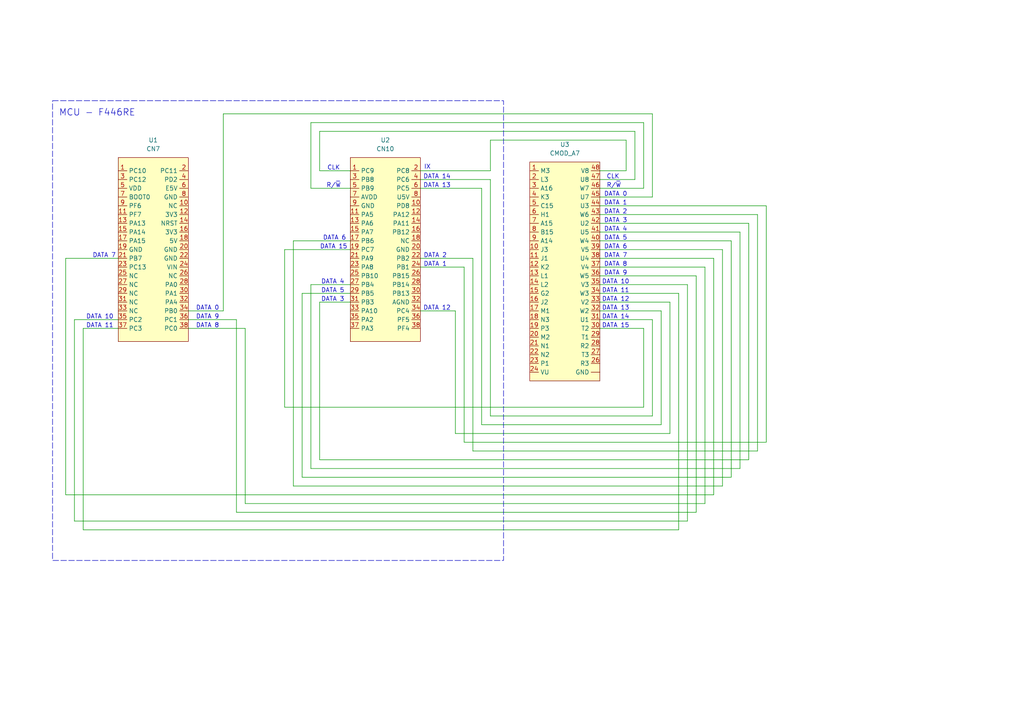
<source format=kicad_sch>
(kicad_sch (version 20231120) (generator "eeschema") (generator_version "8.0")
  (paper "A4")
  (lib_symbols
    (symbol "CMOD_A7:CMOD_A7"
      (property "Reference" "U" (at -3.81 2.54 0))
      (property "Value" "CMOD_A7" (at -3.81 2.54 0))
      (symbol "CMOD_A7_1_1"
        (rectangle (start -10.16 0) (end 10.16 -63.5) (fill (type background)))
        (pin bidirectional line (at 10.16 -60.96 180) (length 2.54) (name "GND") (number ""))
        (pin bidirectional line (at -10.16 -2.54 0) (length 2.54) (name "M3") (number "1"))
        (pin bidirectional line (at -10.16 -25.4 0) (length 2.54) (name "J3") (number "10"))
        (pin bidirectional line (at -10.16 -27.94 0) (length 2.54) (name "J1") (number "11"))
        (pin bidirectional line (at -10.16 -30.48 0) (length 2.54) (name "K2") (number "12"))
        (pin bidirectional line (at -10.16 -33.02 0) (length 2.54) (name "L1") (number "13"))
        (pin bidirectional line (at -10.16 -35.56 0) (length 2.54) (name "L2") (number "14"))
        (pin bidirectional line (at -10.16 -38.1 0) (length 2.54) (name "G2") (number "15"))
        (pin bidirectional line (at -10.16 -40.64 0) (length 2.54) (name "J2") (number "16"))
        (pin bidirectional line (at -10.16 -43.18 0) (length 2.54) (name "M1") (number "17"))
        (pin bidirectional line (at -10.16 -45.72 0) (length 2.54) (name "N3") (number "18"))
        (pin bidirectional line (at -10.16 -48.26 0) (length 2.54) (name "P3") (number "19"))
        (pin bidirectional line (at -10.16 -5.08 0) (length 2.54) (name "L3") (number "2"))
        (pin bidirectional line (at -10.16 -50.8 0) (length 2.54) (name "M2") (number "20"))
        (pin bidirectional line (at -10.16 -53.34 0) (length 2.54) (name "N1") (number "21"))
        (pin bidirectional line (at -10.16 -55.88 0) (length 2.54) (name "N2") (number "22"))
        (pin bidirectional line (at -10.16 -58.42 0) (length 2.54) (name "P1") (number "23"))
        (pin bidirectional line (at -10.16 -60.96 0) (length 2.54) (name "VU") (number "24"))
        (pin bidirectional line (at 10.16 -58.42 180) (length 2.54) (name "R3") (number "26"))
        (pin bidirectional line (at 10.16 -55.88 180) (length 2.54) (name "T3") (number "27"))
        (pin bidirectional line (at 10.16 -53.34 180) (length 2.54) (name "R2") (number "28"))
        (pin bidirectional line (at 10.16 -50.8 180) (length 2.54) (name "T1") (number "29"))
        (pin bidirectional line (at -10.16 -7.62 0) (length 2.54) (name "A16") (number "3"))
        (pin bidirectional line (at 10.16 -48.26 180) (length 2.54) (name "T2") (number "30"))
        (pin bidirectional line (at 10.16 -45.72 180) (length 2.54) (name "U1") (number "31"))
        (pin bidirectional line (at 10.16 -43.18 180) (length 2.54) (name "W2") (number "32"))
        (pin bidirectional line (at 10.16 -40.64 180) (length 2.54) (name "V2") (number "33"))
        (pin bidirectional line (at 10.16 -38.1 180) (length 2.54) (name "W3") (number "34"))
        (pin bidirectional line (at 10.16 -35.56 180) (length 2.54) (name "V3") (number "35"))
        (pin bidirectional line (at 10.16 -33.02 180) (length 2.54) (name "W5") (number "36"))
        (pin bidirectional line (at 10.16 -30.48 180) (length 2.54) (name "V4") (number "37"))
        (pin bidirectional line (at 10.16 -27.94 180) (length 2.54) (name "U4") (number "38"))
        (pin bidirectional line (at 10.16 -25.4 180) (length 2.54) (name "V5") (number "39"))
        (pin bidirectional line (at -10.16 -10.16 0) (length 2.54) (name "K3") (number "4"))
        (pin bidirectional line (at 10.16 -22.86 180) (length 2.54) (name "W4") (number "40"))
        (pin bidirectional line (at 10.16 -20.32 180) (length 2.54) (name "U5") (number "41"))
        (pin bidirectional line (at 10.16 -17.78 180) (length 2.54) (name "U2") (number "42"))
        (pin bidirectional line (at 10.16 -15.24 180) (length 2.54) (name "W6") (number "43"))
        (pin bidirectional line (at 10.16 -12.7 180) (length 2.54) (name "U3") (number "44"))
        (pin bidirectional line (at 10.16 -10.16 180) (length 2.54) (name "U7") (number "45"))
        (pin bidirectional line (at 10.16 -7.62 180) (length 2.54) (name "W7") (number "46"))
        (pin bidirectional line (at 10.16 -5.08 180) (length 2.54) (name "U8") (number "47"))
        (pin bidirectional line (at 10.16 -2.54 180) (length 2.54) (name "V8") (number "48"))
        (pin bidirectional line (at -10.16 -12.7 0) (length 2.54) (name "C15") (number "5"))
        (pin bidirectional line (at -10.16 -15.24 0) (length 2.54) (name "H1") (number "6"))
        (pin bidirectional line (at -10.16 -17.78 0) (length 2.54) (name "A15") (number "7"))
        (pin bidirectional line (at -10.16 -20.32 0) (length 2.54) (name "B15") (number "8"))
        (pin bidirectional line (at -10.16 -22.86 0) (length 2.54) (name "A14") (number "9"))
      )
    )
    (symbol "JFT_F446RE:CN10"
      (property "Reference" "U" (at 0 0 0))
      (property "Value" "CN10" (at -5.334 0 0))
      (symbol "CN10_1_1"
        (rectangle (start -8.89 -1.27) (end 11.43 -54.61) (fill (type background)))
        (pin bidirectional line (at -8.89 -5.08 0) (length 2.54) (name "PC9") (number "1"))
        (pin bidirectional line (at 11.43 -15.24 180) (length 2.54) (name "PD8") (number "10"))
        (pin bidirectional line (at -8.89 -17.78 0) (length 2.54) (name "PA5") (number "11"))
        (pin bidirectional line (at 11.43 -17.78 180) (length 2.54) (name "PA12") (number "12"))
        (pin bidirectional line (at -8.89 -20.32 0) (length 2.54) (name "PA6") (number "13"))
        (pin bidirectional line (at 11.43 -20.32 180) (length 2.54) (name "PA11") (number "14"))
        (pin bidirectional line (at -8.89 -22.86 0) (length 2.54) (name "PA7") (number "15"))
        (pin bidirectional line (at 11.43 -22.86 180) (length 2.54) (name "PB12") (number "16"))
        (pin bidirectional line (at -8.89 -25.4 0) (length 2.54) (name "PB6") (number "17"))
        (pin bidirectional line (at 11.43 -25.4 180) (length 2.54) (name "NC") (number "18"))
        (pin bidirectional line (at -8.89 -27.94 0) (length 2.54) (name "PC7") (number "19"))
        (pin bidirectional line (at 11.43 -5.08 180) (length 2.54) (name "PC8") (number "2"))
        (pin bidirectional line (at 11.43 -27.94 180) (length 2.54) (name "GND") (number "20"))
        (pin bidirectional line (at -8.89 -30.48 0) (length 2.54) (name "PA9") (number "21"))
        (pin bidirectional line (at 11.43 -30.48 180) (length 2.54) (name "PB2") (number "22"))
        (pin bidirectional line (at -8.89 -33.02 0) (length 2.54) (name "PA8") (number "23"))
        (pin bidirectional line (at 11.43 -33.02 180) (length 2.54) (name "PB1") (number "24"))
        (pin bidirectional line (at -8.89 -35.56 0) (length 2.54) (name "PB10") (number "25"))
        (pin bidirectional line (at 11.43 -35.56 180) (length 2.54) (name "PB15") (number "26"))
        (pin bidirectional line (at -8.89 -38.1 0) (length 2.54) (name "PB4") (number "27"))
        (pin bidirectional line (at 11.43 -38.1 180) (length 2.54) (name "PB14") (number "28"))
        (pin bidirectional line (at -8.89 -40.64 0) (length 2.54) (name "PB5") (number "29"))
        (pin bidirectional line (at -8.89 -7.62 0) (length 2.54) (name "PB8") (number "3"))
        (pin bidirectional line (at 11.43 -40.64 180) (length 2.54) (name "PB13") (number "30"))
        (pin bidirectional line (at -8.89 -43.18 0) (length 2.54) (name "PB3") (number "31"))
        (pin bidirectional line (at 11.43 -43.18 180) (length 2.54) (name "AGND") (number "32"))
        (pin bidirectional line (at -8.89 -45.72 0) (length 2.54) (name "PA10") (number "33"))
        (pin bidirectional line (at 11.43 -45.72 180) (length 2.54) (name "PC4") (number "34"))
        (pin bidirectional line (at -8.89 -48.26 0) (length 2.54) (name "PA2") (number "35"))
        (pin bidirectional line (at 11.43 -48.26 180) (length 2.54) (name "PF5") (number "36"))
        (pin bidirectional line (at -8.89 -50.8 0) (length 2.54) (name "PA3") (number "37"))
        (pin bidirectional line (at 11.43 -50.8 180) (length 2.54) (name "PF4") (number "38"))
        (pin bidirectional line (at 11.43 -7.62 180) (length 2.54) (name "PC6") (number "4"))
        (pin bidirectional line (at -8.89 -10.16 0) (length 2.54) (name "PB9") (number "5"))
        (pin bidirectional line (at 11.43 -10.16 180) (length 2.54) (name "PC5") (number "6"))
        (pin bidirectional line (at -8.89 -12.7 0) (length 2.54) (name "AVDD") (number "7"))
        (pin bidirectional line (at 11.43 -12.7 180) (length 2.54) (name "U5V") (number "8"))
        (pin bidirectional line (at -8.89 -15.24 0) (length 2.54) (name "GND") (number "9"))
      )
    )
    (symbol "JFT_F446RE:CN7"
      (property "Reference" "U" (at 0 0 0))
      (property "Value" "CN7" (at 0 0 0))
      (symbol "CN7_1_1"
        (rectangle (start -10.16 -1.27) (end 10.16 -54.61) (fill (type background)))
        (pin bidirectional line (at -10.16 -5.08 0) (length 2.54) (name "PC10") (number "1"))
        (pin bidirectional line (at 10.16 -15.24 180) (length 2.54) (name "NC") (number "10"))
        (pin bidirectional line (at -10.16 -17.78 0) (length 2.54) (name "PF7") (number "11"))
        (pin bidirectional line (at 10.16 -17.78 180) (length 2.54) (name "3V3") (number "12"))
        (pin bidirectional line (at -10.16 -20.32 0) (length 2.54) (name "PA13") (number "13"))
        (pin bidirectional line (at 10.16 -20.32 180) (length 2.54) (name "NRST") (number "14"))
        (pin bidirectional line (at -10.16 -22.86 0) (length 2.54) (name "PA14") (number "15"))
        (pin bidirectional line (at 10.16 -22.86 180) (length 2.54) (name "3V3") (number "16"))
        (pin bidirectional line (at -10.16 -25.4 0) (length 2.54) (name "PA15") (number "17"))
        (pin bidirectional line (at 10.16 -25.4 180) (length 2.54) (name "5V") (number "18"))
        (pin bidirectional line (at -10.16 -27.94 0) (length 2.54) (name "GND") (number "19"))
        (pin bidirectional line (at 10.16 -5.08 180) (length 2.54) (name "PC11") (number "2"))
        (pin bidirectional line (at 10.16 -27.94 180) (length 2.54) (name "GND") (number "20"))
        (pin bidirectional line (at -10.16 -30.48 0) (length 2.54) (name "PB7") (number "21"))
        (pin bidirectional line (at 10.16 -30.48 180) (length 2.54) (name "GND") (number "22"))
        (pin bidirectional line (at -10.16 -33.02 0) (length 2.54) (name "PC13") (number "23"))
        (pin bidirectional line (at 10.16 -33.02 180) (length 2.54) (name "VIN") (number "24"))
        (pin bidirectional line (at -10.16 -35.56 0) (length 2.54) (name "NC") (number "25"))
        (pin bidirectional line (at 10.16 -35.56 180) (length 2.54) (name "NC") (number "26"))
        (pin bidirectional line (at -10.16 -38.1 0) (length 2.54) (name "NC") (number "27"))
        (pin bidirectional line (at 10.16 -38.1 180) (length 2.54) (name "PA0") (number "28"))
        (pin bidirectional line (at -10.16 -40.64 0) (length 2.54) (name "NC") (number "29"))
        (pin bidirectional line (at -10.16 -7.62 0) (length 2.54) (name "PC12") (number "3"))
        (pin bidirectional line (at 10.16 -40.64 180) (length 2.54) (name "PA1") (number "30"))
        (pin bidirectional line (at -10.16 -43.18 0) (length 2.54) (name "NC") (number "31"))
        (pin bidirectional line (at 10.16 -43.18 180) (length 2.54) (name "PA4") (number "32"))
        (pin bidirectional line (at -10.16 -45.72 0) (length 2.54) (name "NC") (number "33"))
        (pin bidirectional line (at 10.16 -45.72 180) (length 2.54) (name "PB0") (number "34"))
        (pin bidirectional line (at -10.16 -48.26 0) (length 2.54) (name "PC2") (number "35"))
        (pin bidirectional line (at 10.16 -48.26 180) (length 2.54) (name "PC1") (number "36"))
        (pin bidirectional line (at -10.16 -50.8 0) (length 2.54) (name "PC3") (number "37"))
        (pin bidirectional line (at 10.16 -50.8 180) (length 2.54) (name "PC0") (number "38"))
        (pin bidirectional line (at 10.16 -7.62 180) (length 2.54) (name "PD2") (number "4"))
        (pin bidirectional line (at -10.16 -10.16 0) (length 2.54) (name "VDD") (number "5"))
        (pin bidirectional line (at 10.16 -10.16 180) (length 2.54) (name "E5V") (number "6"))
        (pin bidirectional line (at -10.16 -12.7 0) (length 2.54) (name "BOOT0") (number "7"))
        (pin bidirectional line (at 10.16 -12.7 180) (length 2.54) (name "GND") (number "8"))
        (pin bidirectional line (at -10.16 -15.24 0) (length 2.54) (name "PF6") (number "9"))
      )
    )
  )
  (wire (pts (xy 222.25 128.27) (xy 222.25 59.69)))
  (wire (pts (xy 34.29 92.71) (xy 21.59 92.71)))
  (wire (pts (xy 101.6 82.55) (xy 90.17 82.55)))
  (wire (pts (xy 121.92 90.17) (xy 132.08 90.17)))
  (wire (pts (xy 92.71 87.63) (xy 92.71 133.35)))
  (wire (pts (xy 101.6 72.39) (xy 82.55 72.39)))
  (wire (pts (xy 184.15 38.1) (xy 184.15 52.07)))
  (wire (pts (xy 21.59 92.71) (xy 21.59 151.13)))
  (wire (pts (xy 19.05 143.51) (xy 207.01 143.51)))
  (wire (pts (xy 68.58 92.71) (xy 68.58 148.59)))
  (wire (pts (xy 204.47 146.05) (xy 204.47 77.47)))
  (wire (pts (xy 64.77 90.17) (xy 64.77 33.02)))
  (wire (pts (xy 191.77 90.17) (xy 173.99 90.17)))
  (wire (pts (xy 219.71 62.23) (xy 173.99 62.23)))
  (wire (pts (xy 92.71 38.1) (xy 184.15 38.1)))
  (wire (pts (xy 194.31 125.73) (xy 194.31 87.63)))
  (wire (pts (xy 21.59 151.13) (xy 199.39 151.13)))
  (wire (pts (xy 92.71 133.35) (xy 217.17 133.35)))
  (wire (pts (xy 101.6 85.09) (xy 87.63 85.09)))
  (wire (pts (xy 68.58 148.59) (xy 201.93 148.59)))
  (wire (pts (xy 54.61 92.71) (xy 68.58 92.71)))
  (wire (pts (xy 199.39 151.13) (xy 199.39 82.55)))
  (wire (pts (xy 82.55 72.39) (xy 82.55 118.11)))
  (wire (pts (xy 134.62 128.27) (xy 222.25 128.27)))
  (wire (pts (xy 173.99 49.53) (xy 181.61 49.53)))
  (wire (pts (xy 139.7 54.61) (xy 139.7 123.19)))
  (wire (pts (xy 217.17 133.35) (xy 217.17 64.77)))
  (wire (pts (xy 207.01 143.51) (xy 207.01 74.93)))
  (wire (pts (xy 54.61 90.17) (xy 64.77 90.17)))
  (wire (pts (xy 134.62 77.47) (xy 134.62 128.27)))
  (wire (pts (xy 189.23 33.02) (xy 189.23 57.15)))
  (wire (pts (xy 204.47 77.47) (xy 173.99 77.47)))
  (wire (pts (xy 90.17 35.56) (xy 186.69 35.56)))
  (wire (pts (xy 24.13 95.25) (xy 24.13 153.67)))
  (wire (pts (xy 90.17 82.55) (xy 90.17 135.89)))
  (wire (pts (xy 209.55 72.39) (xy 173.99 72.39)))
  (wire (pts (xy 71.12 146.05) (xy 204.47 146.05)))
  (wire (pts (xy 201.93 148.59) (xy 201.93 80.01)))
  (wire (pts (xy 132.08 90.17) (xy 132.08 125.73)))
  (wire (pts (xy 209.55 140.97) (xy 209.55 72.39)))
  (wire (pts (xy 199.39 82.55) (xy 173.99 82.55)))
  (wire (pts (xy 101.6 69.85) (xy 85.09 69.85)))
  (wire (pts (xy 186.69 118.11) (xy 186.69 95.25)))
  (wire (pts (xy 87.63 85.09) (xy 87.63 138.43)))
  (wire (pts (xy 191.77 123.19) (xy 191.77 90.17)))
  (wire (pts (xy 82.55 118.11) (xy 186.69 118.11)))
  (wire (pts (xy 214.63 67.31) (xy 173.99 67.31)))
  (wire (pts (xy 219.71 130.81) (xy 219.71 62.23)))
  (wire (pts (xy 196.85 85.09) (xy 173.99 85.09)))
  (wire (pts (xy 85.09 69.85) (xy 85.09 140.97)))
  (wire (pts (xy 201.93 80.01) (xy 173.99 80.01)))
  (wire (pts (xy 19.05 74.93) (xy 19.05 143.51)))
  (wire (pts (xy 121.92 77.47) (xy 134.62 77.47)))
  (wire (pts (xy 189.23 120.65) (xy 189.23 92.71)))
  (wire (pts (xy 121.92 54.61) (xy 139.7 54.61)))
  (wire (pts (xy 24.13 153.67) (xy 196.85 153.67)))
  (wire (pts (xy 87.63 138.43) (xy 212.09 138.43)))
  (wire (pts (xy 189.23 92.71) (xy 173.99 92.71)))
  (wire (pts (xy 186.69 35.56) (xy 186.69 54.61)))
  (wire (pts (xy 142.24 52.07) (xy 142.24 120.65)))
  (wire (pts (xy 90.17 135.89) (xy 214.63 135.89)))
  (wire (pts (xy 71.12 95.25) (xy 71.12 146.05)))
  (wire (pts (xy 173.99 57.15) (xy 189.23 57.15)))
  (wire (pts (xy 139.7 123.19) (xy 191.77 123.19)))
  (wire (pts (xy 181.61 40.64) (xy 142.24 40.64)))
  (wire (pts (xy 142.24 40.64) (xy 142.24 49.53)))
  (wire (pts (xy 132.08 125.73) (xy 194.31 125.73)))
  (wire (pts (xy 196.85 153.67) (xy 196.85 85.09)))
  (wire (pts (xy 64.77 33.02) (xy 189.23 33.02)))
  (wire (pts (xy 173.99 54.61) (xy 186.69 54.61)))
  (wire (pts (xy 173.99 59.69) (xy 222.25 59.69)))
  (wire (pts (xy 121.92 52.07) (xy 142.24 52.07)))
  (wire (pts (xy 207.01 74.93) (xy 173.99 74.93)))
  (wire (pts (xy 54.61 95.25) (xy 71.12 95.25)))
  (wire (pts (xy 214.63 135.89) (xy 214.63 67.31)))
  (wire (pts (xy 101.6 87.63) (xy 92.71 87.63)))
  (wire (pts (xy 173.99 52.07) (xy 184.15 52.07)))
  (wire (pts (xy 92.71 49.53) (xy 92.71 38.1)))
  (wire (pts (xy 194.31 87.63) (xy 173.99 87.63)))
  (wire (pts (xy 212.09 69.85) (xy 173.99 69.85)))
  (wire (pts (xy 217.17 64.77) (xy 173.99 64.77)))
  (wire (pts (xy 101.6 49.53) (xy 92.71 49.53)))
  (wire (pts (xy 137.16 130.81) (xy 219.71 130.81)))
  (wire (pts (xy 142.24 120.65) (xy 189.23 120.65)))
  (wire (pts (xy 34.29 95.25) (xy 24.13 95.25)))
  (wire (pts (xy 142.24 49.53) (xy 121.92 49.53)))
  (wire (pts (xy 90.17 54.61) (xy 90.17 35.56)))
  (wire (pts (xy 85.09 140.97) (xy 209.55 140.97)))
  (wire (pts (xy 101.6 54.61) (xy 90.17 54.61)))
  (wire (pts (xy 121.92 74.93) (xy 137.16 74.93)))
  (wire (pts (xy 181.61 49.53) (xy 181.61 40.64)))
  (wire (pts (xy 186.69 95.25) (xy 173.99 95.25)))
  (wire (pts (xy 137.16 74.93) (xy 137.16 130.81)))
  (wire (pts (xy 212.09 138.43) (xy 212.09 69.85)))
  (wire (pts (xy 34.29 74.93) (xy 19.05 74.93)))
  (rectangle (start 15.24 29.21) (end 146.05 162.56) (stroke (width 0) (type dash)))
  (text "R/W" (at 178.054 53.848 0) (effects (font (size 1.27 1.27))))
  (text "DATA 15" (at 96.774 71.628 0) (effects (font (size 1.27 1.27))))
  (text "DATA 4" (at 178.562 66.548 0) (effects (font (size 1.27 1.27))))
  (text "DATA 3" (at 178.562 64.008 0) (effects (font (size 1.27 1.27))))
  (text "DATA 14" (at 126.746 51.308 0) (effects (font (size 1.27 1.27))))
  (text "_" (at 179.324 52.07 0) (effects (font (size 1.27 1.27))))
  (text "DATA 5" (at 178.562 69.088 0) (effects (font (size 1.27 1.27))))
  (text "DATA 2" (at 126.238 74.168 0) (effects (font (size 1.27 1.27))))
  (text "DATA 10" (at 178.562 81.788 0) (effects (font (size 1.27 1.27))))
  (text "DATA 3" (at 96.52 86.868 0) (effects (font (size 1.27 1.27))))
  (text "DATA 13" (at 178.562 89.408 0) (effects (font (size 1.27 1.27))))
  (text "MCU - F446RE" (at 28.194 32.766 0) (effects (font (size 1.905 1.905))))
  (text "DATA 8" (at 60.198 94.488 0) (effects (font (size 1.27 1.27))))
  (text "DATA 11" (at 28.956 94.488 0) (effects (font (size 1.27 1.27))))
  (text "DATA 4" (at 96.52 81.788 0) (effects (font (size 1.27 1.27))))
  (text "DATA 9" (at 60.198 91.948 0) (effects (font (size 1.27 1.27))))
  (text "DATA 10" (at 28.956 91.948 0) (effects (font (size 1.27 1.27))))
  (text "DATA 7" (at 30.226 74.168 0) (effects (font (size 1.27 1.27))))
  (text "DATA 12" (at 126.746 89.408 0) (effects (font (size 1.27 1.27))))
  (text "IX" (at 123.952 48.514 0) (effects (font (size 1.27 1.27))))
  (text "DATA 2" (at 178.562 61.468 0) (effects (font (size 1.27 1.27))))
  (text "DATA 0" (at 178.562 56.388 0) (effects (font (size 1.27 1.27))))
  (text "CLK" (at 177.8 51.308 0) (effects (font (size 1.27 1.27))))
  (text "DATA 9" (at 178.562 79.248 0) (effects (font (size 1.27 1.27))))
  (text "DATA 7" (at 178.562 74.168 0) (effects (font (size 1.27 1.27))))
  (text "DATA 1" (at 178.562 58.928 0) (effects (font (size 1.27 1.27))))
  (text "DATA 14" (at 178.562 91.948 0) (effects (font (size 1.27 1.27))))
  (text "DATA 0" (at 60.198 89.408 0) (effects (font (size 1.27 1.27))))
  (text "DATA 6" (at 97.028 69.088 0) (effects (font (size 1.27 1.27))))
  (text "DATA 1" (at 126.238 76.708 0) (effects (font (size 1.27 1.27))))
  (text "DATA 12" (at 178.562 86.868 0) (effects (font (size 1.27 1.27))))
  (text "DATA 6" (at 178.562 71.628 0) (effects (font (size 1.27 1.27))))
  (text "DATA 15" (at 178.562 94.488 0) (effects (font (size 1.27 1.27))))
  (text "_" (at 98.044 52.07 0) (effects (font (size 1.27 1.27))))
  (text "DATA 8" (at 178.562 76.708 0) (effects (font (size 1.27 1.27))))
  (text "R/W" (at 96.774 53.848 0) (effects (font (size 1.27 1.27))))
  (text "DATA 5" (at 96.52 84.328 0) (effects (font (size 1.27 1.27))))
  (text "CLK" (at 96.774 48.768 0) (effects (font (size 1.27 1.27))))
  (text "DATA 11" (at 178.562 84.328 0) (effects (font (size 1.27 1.27))))
  (text "DATA 13" (at 126.746 53.848 0) (effects (font (size 1.27 1.27))))
  (symbol (lib_id "CMOD_A7:CMOD_A7") (at 163.83 46.99 0) (unit 1)
    (property "Reference" "U3" (at 163.83 41.91 0))
    (property "Value" "CMOD_A7" (at 163.83 44.45 0))
  )
  (symbol (lib_id "JFT_F446RE:CN7") (at 44.45 44.45 0) (unit 1)
    (property "Reference" "U1" (at 44.45 40.64 0))
    (property "Value" "CN7" (at 44.45 43.18 0))
  )
  (symbol (lib_id "JFT_F446RE:CN10") (at 110.49 44.45 0) (unit 1)
    (property "Reference" "U2" (at 111.76 40.64 0))
    (property "Value" "CN10" (at 111.76 43.18 0))
  )
)
</source>
